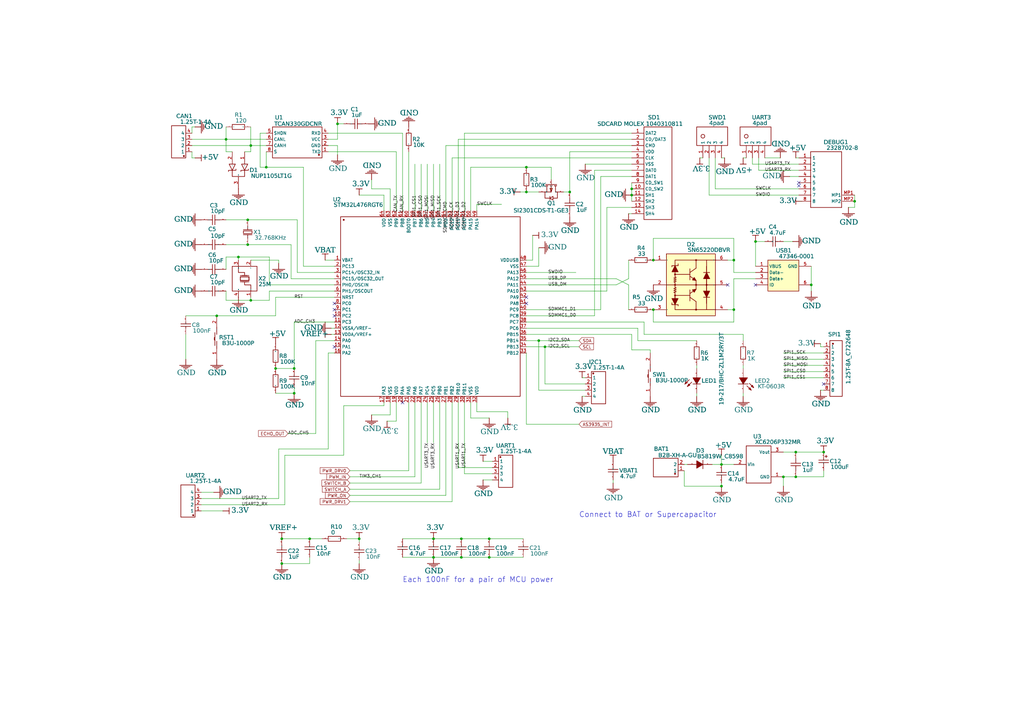
<source format=kicad_sch>
(kicad_sch (version 20250114) (generator "eeschema") (generator_version "9.0")
  (paper "A3")
  (text "Each 100nF for a pair of MCU power" (at 165.1 236.5883 0) (effects (font (size 2.1717 2.1717)) (justify left top)))
  (text "Connect to BAT or Supercapacitor" (at 237.49 209.9183 0) (effects (font (size 2.1717 2.1717)) (justify left top)))
  (junction (at 259.08 80.01))
  (junction (at 233.68 78.74))
  (junction (at 102.87 59.69))
  (junction (at 120.65 151.13))
  (junction (at 147.32 220.98))
  (junction (at 101.6 100.33))
  (junction (at 115.57 220.98))
  (junction (at 295.91 199.39))
  (junction (at 101.6 90.17))
  (junction (at 189.23 228.6))
  (junction (at 215.9 78.74))
  (junction (at 267.97 127))
  (junction (at 138.43 50.8))
  (junction (at 109.22 68.58))
  (junction (at 215.9 68.58))
  (junction (at 102.87 123.19))
  (junction (at 200.66 220.98))
  (junction (at 295.91 190.5))
  (junction (at 177.8 228.6))
  (junction (at 177.8 220.98))
  (junction (at 326.39 195.58))
  (junction (at 189.23 220.98))
  (junction (at 332.74 116.84))
  (junction (at 92.71 57.15))
  (junction (at 326.39 185.42))
  (junction (at 127 220.98))
  (junction (at 220.98 139.7))
  (junction (at 267.97 106.68))
  (junction (at 309.88 99.06))
  (junction (at 88.9 129.54))
  (junction (at 115.57 231.14))
  (junction (at 120.65 161.29))
  (junction (at 337.82 185.42))
  (junction (at 350.52 82.55))
  (junction (at 300.99 106.68))
  (junction (at 223.52 142.24))
  (junction (at 259.08 77.47))
  (junction (at 97.79 105.41))
  (junction (at 300.99 127))
  (junction (at 321.31 195.58))
  (junction (at 200.66 228.6))
  (junction (at 113.03 151.13))
  (no_connect (at 137.16 142.24))
  (no_connect (at 215.9 124.46))
  (no_connect (at 327.66 76.2))
  (no_connect (at 337.82 157.48))
  (no_connect (at 137.16 129.54))
  (no_connect (at 327.66 74.93))
  (no_connect (at 137.16 127))
  (no_connect (at 165.1 165.1))
  (no_connect (at 137.16 124.46))
  (no_connect (at 215.9 121.92))
  (no_connect (at 298.45 116.84))
  (no_connect (at 309.88 116.84))
  (wire (pts (xy 246.38 127) (xy 215.9 127)))
  (wire (pts (xy 300.99 132.08) (xy 267.97 132.08)))
  (wire (pts (xy 193.04 86.36) (xy 193.04 68.58)))
  (wire (pts (xy 267.97 97.79) (xy 267.97 106.68)))
  (wire (pts (xy 190.5 54.61) (xy 190.5 86.36)))
  (wire (pts (xy 187.96 57.15) (xy 187.96 86.36)))
  (wire (pts (xy 332.74 116.84) (xy 332.74 109.22)))
  (wire (pts (xy 297.18 64.77) (xy 295.91 64.77)))
  (wire (pts (xy 200.66 171.45) (xy 193.04 171.45)))
  (wire (pts (xy 110.49 123.19) (xy 102.87 123.19)))
  (wire (pts (xy 295.91 199.39) (xy 295.91 198.12)))
  (wire (pts (xy 92.71 52.07) (xy 92.71 57.15)))
  (wire (pts (xy 134.62 184.15) (xy 114.3 184.15)))
  (wire (pts (xy 92.71 105.41) (xy 97.79 105.41)))
  (wire (pts (xy 140.97 186.69) (xy 116.84 186.69)))
  (wire (pts (xy 172.72 165.1) (xy 172.72 198.12)))
  (wire (pts (xy 120.65 151.13) (xy 120.65 132.08)))
  (wire (pts (xy 147.32 220.98) (xy 147.32 222.25)))
  (wire (pts (xy 326.39 64.77) (xy 327.66 64.77)))
  (wire (pts (xy 172.72 86.36) (xy 172.72 67.31)))
  (wire (pts (xy 177.8 165.1) (xy 177.8 181.61)))
  (wire (pts (xy 337.82 152.4) (xy 321.31 152.4)))
  (wire (pts (xy 109.22 62.23) (xy 109.22 68.58)))
  (wire (pts (xy 92.71 62.23) (xy 92.71 57.15)))
  (wire (pts (xy 259.08 72.39) (xy 246.38 72.39)))
  (wire (pts (xy 78.74 64.77) (xy 78.74 62.23)))
  (wire (pts (xy 257.81 127) (xy 257.81 116.84)))
  (wire (pts (xy 248.92 119.38) (xy 215.9 119.38)))
  (wire (pts (xy 91.44 209.55) (xy 82.55 209.55)))
  (wire (pts (xy 88.9 129.54) (xy 76.2 129.54)))
  (wire (pts (xy 280.67 199.39) (xy 295.91 199.39)))
  (wire (pts (xy 147.32 231.14) (xy 147.32 229.87)))
  (wire (pts (xy 326.39 185.42) (xy 321.31 185.42)))
  (wire (pts (xy 226.06 68.58) (xy 226.06 73.66)))
  (wire (pts (xy 114.3 184.15) (xy 114.3 204.47)))
  (wire (pts (xy 290.83 80.01) (xy 290.83 64.77)))
  (wire (pts (xy 113.03 151.13) (xy 120.65 151.13)))
  (wire (pts (xy 158.75 172.72) (xy 162.56 172.72)))
  (wire (pts (xy 214.63 220.98) (xy 200.66 220.98)))
  (wire (pts (xy 114.3 106.68) (xy 102.87 106.68)))
  (wire (pts (xy 337.82 144.78) (xy 321.31 144.78)))
  (wire (pts (xy 287.02 64.77) (xy 288.29 64.77)))
  (wire (pts (xy 162.56 62.23) (xy 162.56 86.36)))
  (wire (pts (xy 198.12 196.85) (xy 201.93 196.85)))
  (wire (pts (xy 180.34 86.36) (xy 180.34 67.31)))
  (wire (pts (xy 261.62 139.7) (xy 285.75 139.7)))
  (wire (pts (xy 308.61 67.31) (xy 308.61 64.77)))
  (wire (pts (xy 304.8 137.16) (xy 264.16 137.16)))
  (wire (pts (xy 208.28 171.45) (xy 208.28 168.91)))
  (wire (pts (xy 233.68 62.23) (xy 233.68 78.74)))
  (wire (pts (xy 157.48 165.1) (xy 157.48 166.37)))
  (wire (pts (xy 259.08 143.51) (xy 266.7 143.51)))
  (wire (pts (xy 113.03 121.92) (xy 113.03 129.54)))
  (wire (pts (xy 92.71 57.15) (xy 78.74 57.15)))
  (wire (pts (xy 240.03 67.31) (xy 259.08 67.31)))
  (wire (pts (xy 252.73 116.84) (xy 215.9 116.84)))
  (wire (pts (xy 259.08 77.47) (xy 259.08 80.01)))
  (wire (pts (xy 259.08 74.93) (xy 259.08 77.47)))
  (wire (pts (xy 336.55 142.24) (xy 337.82 142.24)))
  (wire (pts (xy 157.48 80.01) (xy 157.48 86.36)))
  (wire (pts (xy 298.45 106.68) (xy 300.99 106.68)))
  (wire (pts (xy 87.63 201.93) (xy 82.55 201.93)))
  (wire (pts (xy 147.32 80.01) (xy 157.48 80.01)))
  (wire (pts (xy 218.44 96.52) (xy 218.44 106.68)))
  (wire (pts (xy 109.22 57.15) (xy 92.71 57.15)))
  (wire (pts (xy 162.56 172.72) (xy 162.56 165.1)))
  (wire (pts (xy 300.99 97.79) (xy 267.97 97.79)))
  (wire (pts (xy 280.67 193.04) (xy 280.67 199.39)))
  (wire (pts (xy 97.79 106.68) (xy 97.79 105.41)))
  (wire (pts (xy 195.58 168.91) (xy 195.58 165.1)))
  (wire (pts (xy 134.62 57.15) (xy 138.43 57.15)))
  (wire (pts (xy 109.22 59.69) (xy 102.87 59.69)))
  (wire (pts (xy 187.96 191.77) (xy 187.96 165.1)))
  (wire (pts (xy 95.25 62.23) (xy 92.71 62.23)))
  (wire (pts (xy 220.98 160.02) (xy 220.98 139.7)))
  (wire (pts (xy 92.71 119.38) (xy 92.71 123.19)))
  (wire (pts (xy 102.87 59.69) (xy 78.74 59.69)))
  (wire (pts (xy 264.16 132.08) (xy 215.9 132.08)))
  (wire (pts (xy 172.72 198.12) (xy 143.51 198.12)))
  (wire (pts (xy 129.54 139.7) (xy 129.54 177.8)))
  (wire (pts (xy 264.16 137.16) (xy 264.16 132.08)))
  (wire (pts (xy 293.37 77.47) (xy 293.37 64.77)))
  (wire (pts (xy 266.7 143.51) (xy 266.7 144.78)))
  (wire (pts (xy 215.9 137.16) (xy 259.08 137.16)))
  (wire (pts (xy 321.31 99.06) (xy 325.12 99.06)))
  (wire (pts (xy 135.89 137.16) (xy 137.16 137.16)))
  (wire (pts (xy 182.88 59.69) (xy 182.88 86.36)))
  (wire (pts (xy 350.52 85.09) (xy 347.98 85.09)))
  (wire (pts (xy 137.16 116.84) (xy 110.49 116.84)))
  (wire (pts (xy 114.3 204.47) (xy 82.55 204.47)))
  (wire (pts (xy 220.98 78.74) (xy 215.9 78.74)))
  (wire (pts (xy 121.92 90.17) (xy 121.92 111.76)))
  (wire (pts (xy 189.23 220.98) (xy 177.8 220.98)))
  (wire (pts (xy 160.02 170.18) (xy 160.02 165.1)))
  (wire (pts (xy 137.16 109.22) (xy 124.46 109.22)))
  (wire (pts (xy 304.8 64.77) (xy 306.07 64.77)))
  (wire (pts (xy 113.03 129.54) (xy 88.9 129.54)))
  (wire (pts (xy 257.81 106.68) (xy 257.81 114.3)))
  (wire (pts (xy 337.82 147.32) (xy 321.31 147.32)))
  (wire (pts (xy 185.42 64.77) (xy 185.42 86.36)))
  (wire (pts (xy 135.89 134.62) (xy 137.16 134.62)))
  (wire (pts (xy 109.22 68.58) (xy 106.68 68.58)))
  (wire (pts (xy 137.16 119.38) (xy 110.49 119.38)))
  (wire (pts (xy 220.98 109.22) (xy 215.9 109.22)))
  (wire (pts (xy 350.52 80.01) (xy 350.52 82.55)))
  (wire (pts (xy 220.98 101.6) (xy 220.98 109.22)))
  (wire (pts (xy 328.93 82.55) (xy 327.66 82.55)))
  (wire (pts (xy 285.75 151.13) (xy 285.75 149.86)))
  (wire (pts (xy 298.45 127) (xy 300.99 127)))
  (wire (pts (xy 138.43 50.8) (xy 140.97 50.8)))
  (wire (pts (xy 259.08 59.69) (xy 182.88 59.69)))
  (wire (pts (xy 152.4 77.47) (xy 160.02 77.47)))
  (wire (pts (xy 285.75 161.29) (xy 285.75 162.56)))
  (wire (pts (xy 259.08 137.16) (xy 259.08 143.51)))
  (wire (pts (xy 121.92 111.76) (xy 137.16 111.76)))
  (wire (pts (xy 129.54 177.8) (xy 118.11 177.8)))
  (wire (pts (xy 92.71 105.41) (xy 92.71 110.49)))
  (wire (pts (xy 170.18 195.58) (xy 143.51 195.58)))
  (wire (pts (xy 215.9 142.24) (xy 223.52 142.24)))
  (wire (pts (xy 138.43 63.5) (xy 138.43 59.69)))
  (wire (pts (xy 259.08 87.63) (xy 257.81 87.63)))
  (wire (pts (xy 124.46 109.22) (xy 124.46 68.58)))
  (wire (pts (xy 76.2 147.32) (xy 76.2 137.16)))
  (wire (pts (xy 180.34 165.1) (xy 180.34 200.66)))
  (wire (pts (xy 311.15 69.85) (xy 311.15 64.77)))
  (wire (pts (xy 119.38 100.33) (xy 101.6 100.33)))
  (wire (pts (xy 80.01 52.07) (xy 78.74 52.07)))
  (wire (pts (xy 133.35 106.68) (xy 137.16 106.68)))
  (wire (pts (xy 350.52 82.55) (xy 350.52 85.09)))
  (wire (pts (xy 309.88 114.3) (xy 300.99 114.3)))
  (wire (pts (xy 152.4 73.66) (xy 152.4 77.47)))
  (wire (pts (xy 193.04 171.45) (xy 193.04 165.1)))
  (wire (pts (xy 215.9 78.74) (xy 213.36 78.74)))
  (wire (pts (xy 323.85 72.39) (xy 327.66 72.39)))
  (wire (pts (xy 313.69 99.06) (xy 309.88 99.06)))
  (wire (pts (xy 124.46 68.58) (xy 109.22 68.58)))
  (wire (pts (xy 137.16 139.7) (xy 129.54 139.7)))
  (wire (pts (xy 327.66 67.31) (xy 308.61 67.31)))
  (wire (pts (xy 309.88 99.06) (xy 309.88 109.22)))
  (wire (pts (xy 300.99 114.3) (xy 300.99 127)))
  (wire (pts (xy 78.74 52.07) (xy 78.74 54.61)))
  (wire (pts (xy 251.46 196.85) (xy 251.46 198.12)))
  (wire (pts (xy 215.9 139.7) (xy 220.98 139.7)))
  (wire (pts (xy 259.08 69.85) (xy 243.84 69.85)))
  (wire (pts (xy 337.82 149.86) (xy 321.31 149.86)))
  (wire (pts (xy 170.18 86.36) (xy 170.18 67.31)))
  (wire (pts (xy 120.65 132.08) (xy 137.16 132.08)))
  (wire (pts (xy 195.58 83.82) (xy 205.74 83.82)))
  (wire (pts (xy 102.87 62.23) (xy 102.87 59.69)))
  (wire (pts (xy 193.04 68.58) (xy 215.9 68.58)))
  (wire (pts (xy 304.8 151.13) (xy 304.8 149.86)))
  (wire (pts (xy 170.18 165.1) (xy 170.18 195.58)))
  (wire (pts (xy 101.6 90.17) (xy 121.92 90.17)))
  (wire (pts (xy 165.1 220.98) (xy 177.8 220.98)))
  (wire (pts (xy 119.38 114.3) (xy 119.38 100.33)))
  (wire (pts (xy 134.62 62.23) (xy 162.56 62.23)))
  (wire (pts (xy 246.38 72.39) (xy 246.38 127)))
  (wire (pts (xy 177.8 86.36) (xy 177.8 67.31)))
  (wire (pts (xy 300.99 111.76) (xy 300.99 106.68)))
  (wire (pts (xy 165.1 228.6) (xy 177.8 228.6)))
  (wire (pts (xy 215.9 173.99) (xy 237.49 173.99)))
  (wire (pts (xy 80.01 64.77) (xy 78.74 64.77)))
  (wire (pts (xy 304.8 139.7) (xy 304.8 137.16)))
  (wire (pts (xy 243.84 129.54) (xy 215.9 129.54)))
  (wire (pts (xy 198.12 189.23) (xy 201.93 189.23)))
  (wire (pts (xy 120.65 161.29) (xy 113.03 161.29)))
  (wire (pts (xy 337.82 185.42) (xy 326.39 185.42)))
  (wire (pts (xy 92.71 123.19) (xy 102.87 123.19)))
  (wire (pts (xy 110.49 119.38) (xy 110.49 123.19)))
  (wire (pts (xy 114.3 107.95) (xy 114.3 106.68)))
  (wire (pts (xy 337.82 193.04) (xy 337.82 195.58)))
  (wire (pts (xy 137.16 114.3) (xy 119.38 114.3)))
  (wire (pts (xy 102.87 52.07) (xy 102.87 59.69)))
  (wire (pts (xy 137.16 144.78) (xy 134.62 144.78)))
  (wire (pts (xy 152.4 170.18) (xy 160.02 170.18)))
  (wire (pts (xy 101.6 100.33) (xy 92.71 100.33)))
  (wire (pts (xy 138.43 57.15) (xy 138.43 50.8)))
  (wire (pts (xy 309.88 111.76) (xy 300.99 111.76)))
  (wire (pts (xy 233.68 78.74) (xy 231.14 78.74)))
  (wire (pts (xy 218.44 106.68) (xy 215.9 106.68)))
  (wire (pts (xy 102.87 123.19) (xy 102.87 121.92)))
  (wire (pts (xy 320.04 64.77) (xy 313.69 64.77)))
  (wire (pts (xy 243.84 69.85) (xy 243.84 129.54)))
  (wire (pts (xy 137.16 121.92) (xy 113.03 121.92)))
  (wire (pts (xy 195.58 86.36) (xy 195.58 83.82)))
  (wire (pts (xy 175.26 86.36) (xy 175.26 67.31)))
  (wire (pts (xy 116.84 207.01) (xy 82.55 207.01)))
  (wire (pts (xy 215.9 134.62) (xy 261.62 134.62)))
  (wire (pts (xy 134.62 54.61) (xy 165.1 54.61)))
  (wire (pts (xy 220.98 139.7) (xy 237.49 139.7)))
  (wire (pts (xy 175.26 165.1) (xy 175.26 181.61)))
  (wire (pts (xy 134.62 144.78) (xy 134.62 184.15)))
  (wire (pts (xy 127 231.14) (xy 127 228.6)))
  (wire (pts (xy 165.1 54.61) (xy 165.1 86.36)))
  (wire (pts (xy 295.91 190.5) (xy 300.99 190.5)))
  (wire (pts (xy 280.67 190.5) (xy 281.94 190.5)))
  (wire (pts (xy 182.88 165.1) (xy 182.88 203.2)))
  (wire (pts (xy 167.64 86.36) (xy 167.64 62.23)))
  (wire (pts (xy 240.03 157.48) (xy 223.52 157.48)))
  (wire (pts (xy 185.42 205.74) (xy 143.51 205.74)))
  (wire (pts (xy 238.76 162.56) (xy 240.03 162.56)))
  (wire (pts (xy 223.52 157.48) (xy 223.52 142.24)))
  (wire (pts (xy 106.68 54.61) (xy 109.22 54.61)))
  (wire (pts (xy 201.93 194.31) (xy 190.5 194.31)))
  (wire (pts (xy 106.68 68.58) (xy 106.68 54.61)))
  (wire (pts (xy 92.71 90.17) (xy 101.6 90.17)))
  (wire (pts (xy 332.74 119.38) (xy 332.74 116.84)))
  (wire (pts (xy 214.63 228.6) (xy 200.66 228.6)))
  (wire (pts (xy 189.23 228.6) (xy 177.8 228.6)))
  (wire (pts (xy 259.08 57.15) (xy 187.96 57.15)))
  (wire (pts (xy 327.66 77.47) (xy 293.37 77.47)))
  (wire (pts (xy 259.08 85.09) (xy 248.92 85.09)))
  (wire (pts (xy 110.49 105.41) (xy 97.79 105.41)))
  (wire (pts (xy 259.08 54.61) (xy 190.5 54.61)))
  (wire (pts (xy 201.93 191.77) (xy 187.96 191.77)))
  (wire (pts (xy 261.62 134.62) (xy 261.62 139.7)))
  (wire (pts (xy 304.8 162.56) (xy 304.8 161.29)))
  (wire (pts (xy 157.48 166.37) (xy 140.97 166.37)))
  (wire (pts (xy 292.1 190.5) (xy 295.91 190.5)))
  (wire (pts (xy 233.68 62.23) (xy 259.08 62.23)))
  (wire (pts (xy 257.81 114.3) (xy 252.73 116.84)))
  (wire (pts (xy 223.52 142.24) (xy 237.49 142.24)))
  (wire (pts (xy 326.39 195.58) (xy 321.31 195.58)))
  (wire (pts (xy 215.9 144.78) (xy 215.9 173.99)))
  (wire (pts (xy 300.99 106.68) (xy 300.99 97.79)))
  (wire (pts (xy 215.9 68.58) (xy 226.06 68.58)))
  (wire (pts (xy 336.55 140.97) (xy 336.55 142.24)))
  (wire (pts (xy 140.97 166.37) (xy 140.97 186.69)))
  (wire (pts (xy 167.64 193.04) (xy 143.51 193.04)))
  (wire (pts (xy 337.82 154.94) (xy 321.31 154.94)))
  (wire (pts (xy 259.08 80.01) (xy 259.08 82.55)))
  (wire (pts (xy 336.55 160.02) (xy 337.82 160.02)))
  (wire (pts (xy 100.33 62.23) (xy 102.87 62.23)))
  (wire (pts (xy 138.43 59.69) (xy 134.62 59.69)))
  (wire (pts (xy 215.9 111.76) (xy 236.22 111.76)))
  (wire (pts (xy 327.66 80.01) (xy 290.83 80.01)))
  (wire (pts (xy 180.34 200.66) (xy 143.51 200.66)))
  (wire (pts (xy 337.82 195.58) (xy 326.39 195.58)))
  (wire (pts (xy 311.15 69.85) (xy 327.66 69.85)))
  (wire (pts (xy 259.08 64.77) (xy 185.42 64.77)))
  (wire (pts (xy 321.31 195.58) (xy 321.31 199.39)))
  (wire (pts (xy 238.76 154.94) (xy 240.03 154.94)))
  (wire (pts (xy 127 220.98) (xy 132.08 220.98)))
  (wire (pts (xy 116.84 186.69) (xy 116.84 207.01)))
  (wire (pts (xy 190.5 194.31) (xy 190.5 165.1)))
  (wire (pts (xy 147.32 220.98) (xy 142.24 220.98)))
  (wire (pts (xy 300.99 127) (xy 300.99 132.08)))
  (wire (pts (xy 200.66 220.98) (xy 189.23 220.98)))
  (wire (pts (xy 120.65 158.75) (xy 120.65 161.29)))
  (wire (pts (xy 115.57 220.98) (xy 127 220.98)))
  (wire (pts (xy 248.92 85.09) (xy 248.92 119.38)))
  (wire (pts (xy 110.49 116.84) (xy 110.49 105.41)))
  (wire (pts (xy 252.73 114.3) (xy 215.9 114.3)))
  (wire (pts (xy 160.02 77.47) (xy 160.02 86.36)))
  (wire (pts (xy 257.81 116.84) (xy 252.73 114.3)))
  (wire (pts (xy 295.91 186.69) (xy 295.91 190.5)))
  (wire (pts (xy 240.03 160.02) (xy 220.98 160.02)))
  (wire (pts (xy 267.97 132.08) (xy 267.97 127)))
  (wire (pts (xy 182.88 203.2) (xy 143.51 203.2)))
  (wire (pts (xy 115.57 231.14) (xy 127 231.14)))
  (wire (pts (xy 167.64 165.1) (xy 167.64 193.04)))
  (wire (pts (xy 208.28 168.91) (xy 195.58 168.91)))
  (wire (pts (xy 185.42 165.1) (xy 185.42 205.74)))
  (wire (pts (xy 200.66 228.6) (xy 189.23 228.6)))
  (label "SPI1_SCK" (at 180.34 80.01 270))
  (label "SPI1_MOSI" (at 175.26 80.01 270))
  (label "SDMMC1_D1" (at 224.79 127 0))
  (label "SDMMC1_CMD" (at 182.88 82.55 270))
  (label "SDMMC1_D3" (at 187.96 82.55 270))
  (label "CAN_TX" (at 162.56 80.01 270))
  (label "RST" (at 120.65 121.92 0))
  (label "USART1_TX" (at 190.5 181.61 270))
  (label "I2C2_SDA" (at 224.79 139.7 0))
  (label "SPI1_MISO" (at 321.31 147.32 0))
  (label "SPI1_MOSI" (at 321.31 149.86 0))
  (label "TIM3_CH1" (at 147.32 195.58 0))
  (label "USART2_TX" (at 99.06 204.47 0))
  (label "SWDIO" (at 224.79 111.76 0))
  (label "USART3_RX" (at 313.69 69.85 0))
  (label "SPI1_CS1" (at 321.31 154.94 0))
  (label "SDMMC1_D2" (at 190.5 82.55 270))
  (label "SDMMC1_CK" (at 185.42 82.55 270))
  (label "CAN_RX" (at 165.1 80.01 270))
  (label "I2C2_SCL" (at 224.79 142.24 0))
  (label "SDMMC1_D0" (at 224.79 129.54 0))
  (label "SPI1_SCK" (at 321.31 144.78 0))
  (label "USART2_RX" (at 99.06 207.01 0))
  (label "USART3_TX" (at 175.26 181.61 270))
  (label "ADC_CH5" (at 118.11 177.8 0))
  (label "USB_DP" (at 224.79 114.3 0))
  (label "USB_DM" (at 224.79 116.84 0))
  (label "SPI1_CS1" (at 170.18 80.01 270))
  (label "SPI1_MISO" (at 177.8 80.01 270))
  (label "USART1_RX" (at 187.96 181.61 270))
  (label "ADC_CH3" (at 120.65 132.08 0))
  (label "SPI1_CS0" (at 172.72 80.01 270))
  (label "SPI1_CS0" (at 321.31 152.4 0))
  (label "SWDIO" (at 309.88 80.01 0))
  (label "SWCLK" (at 309.88 77.47 0))
  (label "USART3_RX" (at 177.8 181.61 270))
  (label "USART3_TX" (at 313.69 67.31 0))
  (label "SWCLK" (at 195.58 83.82 0))
  (global_label "SWITCH_B" (shape input) (at 143.51 198.12 180) (property "Intersheetrefs" "${INTERSHEET_REFS}" (effects (hide yes))))
  (global_label "SDA" (shape input) (at 237.49 139.7 0) (property "Intersheetrefs" "${INTERSHEET_REFS}" (effects (hide yes))))
  (global_label "PWR_DRV0" (shape input) (at 143.51 193.04 180) (property "Intersheetrefs" "${INTERSHEET_REFS}" (effects (hide yes))))
  (global_label "AS3935_INT" (shape input) (at 237.49 173.99 0) (property "Intersheetrefs" "${INTERSHEET_REFS}" (effects (hide yes))))
  (global_label "SCL" (shape input) (at 237.49 142.24 0) (property "Intersheetrefs" "${INTERSHEET_REFS}" (effects (hide yes))))
  (global_label "ECHO_OUT" (shape input) (at 118.11 177.8 180) (property "Intersheetrefs" "${INTERSHEET_REFS}" (effects (hide yes))))
  (global_label "SWITCH_A" (shape input) (at 143.51 200.66 180) (property "Intersheetrefs" "${INTERSHEET_REFS}" (effects (hide yes))))
  (global_label "PWM_IN" (shape input) (at 143.51 195.58 180) (property "Intersheetrefs" "${INTERSHEET_REFS}" (effects (hide yes))))
  (global_label "PWR_ON" (shape input) (at 143.51 203.2 180) (property "Intersheetrefs" "${INTERSHEET_REFS}" (effects (hide yes))))
  (global_label "PWR_DRV1" (shape input) (at 143.51 205.74 180) (property "Intersheetrefs" "${INTERSHEET_REFS}" (effects (hide yes))))
  (symbol (lib_id "GND") (at 325.12 99.06 90) (unit 0)
    (property "Reference" "#PWR0161" (effects (hide yes)))
    (property "Value" "GND" (at 329.311 100.1014 -90) (effects (font (size 2.1717 2.1717)) (justify left bottom)))
    (property "Description" "Power symbol creates a global label with name 'GND'" (effects (hide yes)))
  )
  (symbol (lib_id "GND") (at 82.55 100.33 270) (unit 0)
    (property "Reference" "#PWR0146" (effects (hide yes)))
    (property "Value" "GND" (at 71.755 101.3714 -270) (effects (font (size 2.1717 2.1717)) (justify left bottom)))
    (property "Description" "Power symbol creates a global label with name 'GND'" (effects (hide yes)))
  )
  (symbol (lib_id "CL10A475KO8NNNC_2") (at 295.91 194.31 0) (unit 0)
    (property "Reference" "C14" (at 298.45 193.4337 0) (effects (font (size 1.6891 1.6891)) (justify left top)))
    (property "Value" "4.7uF" (at 298.45 195.7197 0) (effects (font (size 1.6891 1.6891)) (justify left top)))
    (property "BOM_Manufacturer Part" "CL10A475KO8NNNC" (effects (hide yes)))
    (property "BOM_Manufacturer" "SAMSUNG" (effects (hide yes)))
    (property "BOM_Supplier Part" "C19666" (effects (hide yes)))
    (property "BOM_Supplier" "LCSC" (effects (hide yes)))
  )
  (symbol (lib_id "GND") (at 177.8 228.6 0) (unit 0)
    (property "Reference" "#PWR0164" (effects (hide yes)))
    (property "Value" "GND" (at 174.498 235.458 0) (effects (font (size 2.1717 2.1717)) (justify left bottom)))
    (property "Description" "Power symbol creates a global label with name 'GND'" (effects (hide yes)))
  )
  (symbol (lib_id "STM32L476RGT6") (at 176.53 125.73 0) (unit 0)
    (property "Reference" "U2" (at 136.5758 81.0133 0) (effects (font (size 1.6891 1.6891)) (justify left top)))
    (property "Value" "STM32L476RGT6" (at 136.5758 83.1469 0) (effects (font (size 1.6891 1.6891)) (justify left top)))
    (property "BOM_Manufacturer Part" "STM32L476RGT6" (effects (hide yes)))
    (property "BOM_Manufacturer" "STMicroelectronics" (effects (hide yes)))
    (property "BOM_Supplier Part" "C74797" (effects (hide yes)))
    (property "BOM_Supplier" "LCSC" (effects (hide yes)))
  )
  (symbol (lib_id "GND") (at 138.43 63.5 0) (unit 0)
    (property "Reference" "#PWR0133" (effects (hide yes)))
    (property "Value" "GND" (at 135.128 70.4342 0) (effects (font (size 2.1717 2.1717)) (justify left bottom)))
    (property "Description" "Power symbol creates a global label with name 'GND'" (effects (hide yes)))
  )
  (symbol (lib_id "4pad_1") (at 309.88 59.69 0) (unit 0)
    (property "Reference" "UART3" (at 308.4322 47.3329 0) (effects (font (size 1.6891 1.6891)) (justify left top)))
    (property "Value" "4pad" (at 308.4322 49.6189 0) (effects (font (size 1.6891 1.6891)) (justify left top)))
    (property "BOM_Supplier Part" "N/A" (effects (hide yes)))
  )
  (symbol (lib_id "GND") (at 82.55 119.38 270) (unit 0)
    (property "Reference" "#PWR0143" (effects (hide yes)))
    (property "Value" "GND" (at 71.755 120.4214 -270) (effects (font (size 2.1717 2.1717)) (justify left bottom)))
    (property "Description" "Power symbol creates a global label with name 'GND'" (effects (hide yes)))
  )
  (symbol (lib_id "3.3V") (at 198.12 189.23 0) (mirror x) (unit 0)
    (property "Reference" "#PWR0105" (effects (hide yes)))
    (property "Value" "3.3V" (at 195.0974 185.928 0) (effects (font (size 2.1717 2.1717)) (justify left top)))
    (property "Description" "Power symbol creates a global label with name '3.3V'" (effects (hide yes)))
  )
  (symbol (lib_id "GND") (at 87.63 201.93 90) (unit 0)
    (property "Reference" "#PWR0122" (effects (hide yes)))
    (property "Value" "GND" (at 91.821 202.9714 -90) (effects (font (size 2.1717 2.1717)) (justify left bottom)))
    (property "Description" "Power symbol creates a global label with name 'GND'" (effects (hide yes)))
  )
  (symbol (lib_id "0402WGF330JTCE") (at 262.89 106.68 0) (unit 0)
    (property "Reference" "R4" (at 261.3914 100.9015 0) (effects (font (size 1.6891 1.6891)) (justify left top)))
    (property "Value" "33" (at 261.3914 103.2129 0) (effects (font (size 1.6891 1.6891)) (justify left top)))
    (property "BOM_Manufacturer Part" "0402WGF330JTCE" (effects (hide yes)))
    (property "BOM_Manufacturer" "UniOhm" (effects (hide yes)))
    (property "BOM_Supplier Part" "C25105" (effects (hide yes)))
    (property "BOM_Supplier" "LCSC" (effects (hide yes)))
  )
  (symbol (lib_id "NUP1105LT1G") (at 97.79 69.85 0) (unit 0)
    (property "Reference" "D1" (at 102.362 68.9483 0) (effects (font (size 1.6891 1.6891)) (justify left top)))
    (property "Value" "NUP1105LT1G" (at 102.362 71.2597 0) (effects (font (size 1.6891 1.6891)) (justify left top)))
    (property "BOM_Manufacturer Part" "NUP1105LT1G" (effects (hide yes)))
    (property "BOM_Manufacturer" "ON" (effects (hide yes)))
    (property "BOM_Supplier Part" "C130455" (effects (hide yes)))
    (property "BOM_Supplier" "LCSC" (effects (hide yes)))
  )
  (symbol (lib_id "3.3V") (at 91.44 209.55 90) (mirror x) (unit 0)
    (property "Reference" "#PWR0121" (effects (hide yes)))
    (property "Value" "3.3V" (at 94.7674 210.5914 -270) (effects (font (size 2.1717 2.1717)) (justify right bottom)))
    (property "Description" "Power symbol creates a global label with name '3.3V'" (effects (hide yes)))
  )
  (symbol (lib_id "+5V") (at 80.01 64.77 90) (mirror x) (unit 0)
    (property "Reference" "#PWR0117" (effects (hide yes)))
    (property "Value" "+5V" (at 82.677 65.8114 -270) (effects (font (size 2.1717 2.1717)) (justify right bottom)))
    (property "Description" "Power symbol creates a global label with name '+5V'" (effects (hide yes)))
  )
  (symbol (lib_id "19-217/BHC-ZL1M2RY/3T") (at 283.718 156.21 0) (unit 0)
    (property "Reference" "LED1" (at 287.782 155.3337 0) (effects (font (size 1.6891 1.6891)) (justify left top)))
    (property "Value" "19-217/BHC-ZL1M2RY/3T" (at 295.0337 168.91 90) (effects (font (size 1.6891 1.6891)) (justify left top)))
    (property "BOM_Manufacturer Part" "19-217/BHC-ZL1M2RY/3T" (effects (hide yes)))
    (property "BOM_Manufacturer" "EVERLIGHT" (effects (hide yes)))
    (property "BOM_Supplier Part" "C72041" (effects (hide yes)))
    (property "BOM_Supplier" "LCSC" (effects (hide yes)))
  )
  (symbol (lib_id "XC6206P332MR") (at 311.15 190.5 0) (unit 0)
    (property "Reference" "U3" (at 308.991 178.1937 0) (effects (font (size 1.6891 1.6891)) (justify left top)))
    (property "Value" "XC6206P332MR" (at 308.991 180.4289 0) (effects (font (size 1.6891 1.6891)) (justify left top)))
    (property "BOM_Manufacturer Part" "XC6206P332MR" (effects (hide yes)))
    (property "BOM_Manufacturer" "TOREX" (effects (hide yes)))
    (property "BOM_Supplier Part" "C5446" (effects (hide yes)))
    (property "BOM_Supplier" "LCSC" (effects (hide yes)))
  )
  (symbol (lib_id "47346-0001") (at 321.31 113.03 0) (unit 0)
    (property "Reference" "USB1" (at 318.2366 101.9429 0) (effects (font (size 1.6891 1.6891)) (justify left top)))
    (property "Value" "47346-0001" (at 318.2366 104.2289 0) (effects (font (size 1.6891 1.6891)) (justify left top)))
    (property "BOM_Manufacturer Part" "47346-0001" (effects (hide yes)))
    (property "BOM_Manufacturer" "MOLEX" (effects (hide yes)))
    (property "BOM_Supplier Part" "C132560" (effects (hide yes)))
    (property "BOM_Supplier" "LCSC" (effects (hide yes)))
  )
  (symbol (lib_id "0603WAF1001T5E_1") (at 304.8 144.78 0) (unit 0)
    (property "Reference" "R7" (at 306.324 143.9037 0) (effects (font (size 1.6891 1.6891)) (justify left top)))
    (property "Value" "1K" (at 306.324 146.1897 0) (effects (font (size 1.6891 1.6891)) (justify left top)))
    (property "BOM_Manufacturer Part" "0603WAF1001T5E" (effects (hide yes)))
    (property "BOM_Manufacturer" "UniOhm" (effects (hide yes)))
    (property "BOM_Supplier Part" "C21190" (effects (hide yes)))
    (property "BOM_Supplier" "LCSC" (effects (hide yes)))
  )
  (symbol (lib_id "CL05B104KO5NNNC_1") (at 177.8 224.79 0) (unit 0)
    (property "Reference" "C17" (at 180.34 223.9137 0) (effects (font (size 1.6891 1.6891)) (justify left top)))
    (property "Value" "100nF" (at 180.34 226.1997 0) (effects (font (size 1.6891 1.6891)) (justify left top)))
    (property "BOM_Manufacturer Part" "CL05B104KO5NNNC" (effects (hide yes)))
    (property "BOM_Manufacturer" "SAMSUNG" (effects (hide yes)))
    (property "BOM_Supplier Part" "C1525" (effects (hide yes)))
    (property "BOM_Supplier" "LCSC" (effects (hide yes)))
  )
  (symbol (lib_id "TCAN330GDCNR") (at 121.92 58.42 0) (unit 0)
    (property "Reference" "U1" (at 112.8014 47.3837 0) (effects (font (size 1.6891 1.6891)) (justify left top)))
    (property "Value" "TCAN330GDCNR" (at 112.3696 49.9237 0) (effects (font (size 1.6891 1.6891)) (justify left top)))
    (property "BOM_Manufacturer Part" "TCAN330GDCNR" (effects (hide yes)))
    (property "BOM_Manufacturer" "Texas Instruments" (effects (hide yes)))
    (property "BOM_Supplier Part" "C191006" (effects (hide yes)))
    (property "BOM_Supplier" "LCSC" (effects (hide yes)))
  )
  (symbol (lib_id "CL05A105KA5NQNC_1") (at 233.68 83.82 0) (unit 0)
    (property "Reference" "C2" (at 236.22 82.9437 0) (effects (font (size 1.6891 1.6891)) (justify left top)))
    (property "Value" "1uF" (at 236.22 85.2297 0) (effects (font (size 1.6891 1.6891)) (justify left top)))
    (property "BOM_Manufacturer Part" "CL05A105KA5NQNC" (effects (hide yes)))
    (property "BOM_Manufacturer" "SAMSUNG" (effects (hide yes)))
    (property "BOM_Supplier Part" "C52923" (effects (hide yes)))
    (property "BOM_Supplier" "LCSC" (effects (hide yes)))
  )
  (symbol (lib_id "GND") (at 238.76 162.56 0) (unit 0)
    (property "Reference" "#PWR0115" (effects (hide yes)))
    (property "Value" "GND" (at 235.458 169.4942 0) (effects (font (size 2.1717 2.1717)) (justify left bottom)))
    (property "Description" "Power symbol creates a global label with name 'GND'" (effects (hide yes)))
  )
  (symbol (lib_id "GND") (at 267.97 116.84 0) (unit 0)
    (property "Reference" "#PWR0106" (effects (hide yes)))
    (property "Value" "GND" (at 264.668 123.7742 0) (effects (font (size 2.1717 2.1717)) (justify left bottom)))
    (property "Description" "Power symbol creates a global label with name 'GND'" (effects (hide yes)))
  )
  (symbol (lib_id "CL05C100JB5NNNC") (at 87.63 90.17 0) (unit 0)
    (property "Reference" "C3" (at 86.1314 83.4517 0) (effects (font (size 1.6891 1.6891)) (justify left top)))
    (property "Value" "10pF" (at 86.1314 85.6869 0) (effects (font (size 1.6891 1.6891)) (justify left top)))
    (property "BOM_Manufacturer Part" "CL05C100JB5NNNC" (effects (hide yes)))
    (property "BOM_Manufacturer" "SAMSUNG" (effects (hide yes)))
    (property "BOM_Supplier Part" "C32949" (effects (hide yes)))
    (property "BOM_Supplier" "LCSC" (effects (hide yes)))
  )
  (symbol (lib_id "CL05B103KB5NNNC_2") (at 120.65 154.94 0) (unit 0)
    (property "Reference" "C9" (at 123.19 154.0637 0) (effects (font (size 1.6891 1.6891)) (justify left top)))
    (property "Value" "10nF" (at 123.19 156.3497 0) (effects (font (size 1.6891 1.6891)) (justify left top)))
    (property "BOM_Manufacturer Part" "CL05B103KB5NNNC" (effects (hide yes)))
    (property "BOM_Manufacturer" "SAMSUNG" (effects (hide yes)))
    (property "BOM_Supplier Part" "C15195" (effects (hide yes)))
    (property "BOM_Supplier" "LCSC" (effects (hide yes)))
  )
  (symbol (lib_id "CL05A105KA5NQNC_3") (at 326.39 190.5 0) (unit 0)
    (property "Reference" "C13" (at 328.93 189.6237 0) (effects (font (size 1.6891 1.6891)) (justify left top)))
    (property "Value" "1uF" (at 328.93 191.9097 0) (effects (font (size 1.6891 1.6891)) (justify left top)))
    (property "BOM_Manufacturer Part" "CL05A105KA5NQNC" (effects (hide yes)))
    (property "BOM_Manufacturer" "SAMSUNG" (effects (hide yes)))
    (property "BOM_Supplier Part" "C52923" (effects (hide yes)))
    (property "BOM_Supplier" "LCSC" (effects (hide yes)))
  )
  (symbol (lib_id "+5V") (at 304.8 64.77 0) (mirror y) (unit 0)
    (property "Reference" "#PWR0168" (effects (hide yes)))
    (property "Value" "+5V" (at 301.752 70.866 -180) (effects (font (size 2.1717 2.1717)) (justify left top)))
    (property "Description" "Power symbol creates a global label with name '+5V'" (effects (hide yes)))
  )
  (symbol (lib_id "GND") (at 304.8 162.56 0) (unit 0)
    (property "Reference" "#PWR0108" (effects (hide yes)))
    (property "Value" "GND" (at 301.498 169.418 0) (effects (font (size 2.1717 2.1717)) (justify left bottom)))
    (property "Description" "Power symbol creates a global label with name 'GND'" (effects (hide yes)))
  )
  (symbol (lib_id "CL05C100JB5NNNC_1") (at 87.63 100.33 0) (unit 0)
    (property "Reference" "C5" (at 85.471 93.1545 0) (effects (font (size 1.6891 1.6891)) (justify left top)))
    (property "Value" "10pF" (at 86.1314 95.8469 0) (effects (font (size 1.6891 1.6891)) (justify left top)))
    (property "BOM_Manufacturer Part" "CL05C100JB5NNNC" (effects (hide yes)))
    (property "BOM_Manufacturer" "SAMSUNG" (effects (hide yes)))
    (property "BOM_Supplier Part" "C32949" (effects (hide yes)))
    (property "BOM_Supplier" "LCSC" (effects (hide yes)))
  )
  (symbol (lib_id "CL05B104KO5NNNC_3") (at 200.66 224.79 0) (unit 0)
    (property "Reference" "C19" (at 203.2 223.9137 0) (effects (font (size 1.6891 1.6891)) (justify left top)))
    (property "Value" "100nF" (at 203.2 226.1997 0) (effects (font (size 1.6891 1.6891)) (justify left top)))
    (property "BOM_Manufacturer Part" "CL05B104KO5NNNC" (effects (hide yes)))
    (property "BOM_Manufacturer" "SAMSUNG" (effects (hide yes)))
    (property "BOM_Supplier Part" "C1525" (effects (hide yes)))
    (property "BOM_Supplier" "LCSC" (effects (hide yes)))
  )
  (symbol (lib_id "0402WGF1002TCE") (at 167.64 57.15 0) (unit 0)
    (property "Reference" "R2" (at 169.164 56.2737 0) (effects (font (size 1.6891 1.6891)) (justify left top)))
    (property "Value" "10K" (at 169.164 58.5597 0) (effects (font (size 1.6891 1.6891)) (justify left top)))
    (property "BOM_Manufacturer Part" "0402WGF1002TCE" (effects (hide yes)))
    (property "BOM_Manufacturer" "UniOhm" (effects (hide yes)))
    (property "BOM_Supplier Part" "C25744" (effects (hide yes)))
    (property "BOM_Supplier" "LCSC" (effects (hide yes)))
  )
  (symbol (lib_id "+5V") (at 309.88 99.06 0) (mirror x) (unit 0)
    (property "Reference" "#PWR0167" (effects (hide yes)))
    (property "Value" "+5V" (at 307.1368 96.2914 0) (effects (font (size 2.1717 2.1717)) (justify left top)))
    (property "Description" "Power symbol creates a global label with name '+5V'" (effects (hide yes)))
  )
  (symbol (lib_id "CL10A475KO8NNNC") (at 165.1 224.79 0) (unit 0)
    (property "Reference" "C16" (at 167.64 223.9137 0) (effects (font (size 1.6891 1.6891)) (justify left top)))
    (property "Value" "4.7uF" (at 167.64 226.1997 0) (effects (font (size 1.6891 1.6891)) (justify left top)))
    (property "BOM_Manufacturer Part" "CL10A475KO8NNNC" (effects (hide yes)))
    (property "BOM_Manufacturer" "SAMSUNG" (effects (hide yes)))
    (property "BOM_Supplier Part" "C19666" (effects (hide yes)))
    (property "BOM_Supplier" "LCSC" (effects (hide yes)))
  )
  (symbol (lib_id "CL10A475KO8NNNC_3") (at 251.46 193.04 0) (unit 0)
    (property "Reference" "VBAT1" (at 254 192.1637 0) (effects (font (size 1.6891 1.6891)) (justify left top)))
    (property "Value" "4.7uF" (at 254 194.4497 0) (effects (font (size 1.6891 1.6891)) (justify left top)))
    (property "BOM_Manufacturer Part" "CL10A475KO8NNNC" (effects (hide yes)))
    (property "BOM_Manufacturer" "SAMSUNG" (effects (hide yes)))
    (property "BOM_Supplier Part" "C19666" (effects (hide yes)))
    (property "BOM_Supplier" "LCSC" (effects (hide yes)))
  )
  (symbol (lib_id "0402WGF1003TCE_1") (at 113.03 146.05 0) (unit 0)
    (property "Reference" "R8" (at 114.554 145.1737 0) (effects (font (size 1.6891 1.6891)) (justify left top)))
    (property "Value" "100K" (at 114.554 147.4851 0) (effects (font (size 1.6891 1.6891)) (justify left top)))
    (property "BOM_Manufacturer Part" "0402WGF1003TCE" (effects (hide yes)))
    (property "BOM_Manufacturer" "UniOhm" (effects (hide yes)))
    (property "BOM_Supplier Part" "C25741" (effects (hide yes)))
    (property "BOM_Supplier" "LCSC" (effects (hide yes)))
  )
  (symbol (lib_id "0603WAF1200T5E") (at 97.79 52.07 0) (unit 0)
    (property "Reference" "R1" (at 96.2914 46.2915 0) (effects (font (size 1.6891 1.6891)) (justify left top)))
    (property "Value" "120" (at 96.2914 48.6029 0) (effects (font (size 1.6891 1.6891)) (justify left top)))
    (property "BOM_Manufacturer Part" "0603WAF1200T5E" (effects (hide yes)))
    (property "BOM_Manufacturer" "UniOhm" (effects (hide yes)))
    (property "BOM_Supplier Part" "C22787" (effects (hide yes)))
    (property "BOM_Supplier" "LCSC" (effects (hide yes)))
  )
  (symbol (lib_id "GND") (at 198.12 196.85 0) (unit 0)
    (property "Reference" "#PWR0103" (effects (hide yes)))
    (property "Value" "GND" (at 194.818 203.7842 0) (effects (font (size 2.1717 2.1717)) (justify left bottom)))
    (property "Description" "Power symbol creates a global label with name 'GND'" (effects (hide yes)))
  )
  (symbol (lib_id "GND") (at 323.85 72.39 270) (unit 0)
    (property "Reference" "#PWR0159" (effects (hide yes)))
    (property "Value" "GND" (at 313.055 73.4314 -270) (effects (font (size 2.1717 2.1717)) (justify left bottom)))
    (property "Description" "Power symbol creates a global label with name 'GND'" (effects (hide yes)))
  )
  (symbol (lib_id "4pad") (at 292.1 59.69 0) (unit 0)
    (property "Reference" "SWD1" (at 290.6522 47.3329 0) (effects (font (size 1.6891 1.6891)) (justify left top)))
    (property "Value" "4pad" (at 290.6522 49.6189 0) (effects (font (size 1.6891 1.6891)) (justify left top)))
    (property "BOM_Supplier Part" "N/A" (effects (hide yes)))
  )
  (symbol (lib_id "CL05B104KO5NNNC") (at 76.2 133.35 0) (unit 0)
    (property "Reference" "C8" (at 78.74 132.4737 0) (effects (font (size 1.6891 1.6891)) (justify left top)))
    (property "Value" "100nF" (at 78.74 134.7597 0) (effects (font (size 1.6891 1.6891)) (justify left top)))
    (property "BOM_Manufacturer Part" "CL05B104KO5NNNC" (effects (hide yes)))
    (property "BOM_Manufacturer" "SAMSUNG" (effects (hide yes)))
    (property "BOM_Supplier Part" "C1525" (effects (hide yes)))
    (property "BOM_Supplier" "LCSC" (effects (hide yes)))
  )
  (symbol (lib_id "CL05A105KA5NQNC_2") (at 146.05 50.8 0) (unit 0)
    (property "Reference" "C1" (at 143.891 44.0309 0) (effects (font (size 1.6891 1.6891)) (justify left top)))
    (property "Value" "1uF" (at 143.891 46.3169 0) (effects (font (size 1.6891 1.6891)) (justify left top)))
    (property "BOM_Manufacturer Part" "CL05A105KA5NQNC" (effects (hide yes)))
    (property "BOM_Manufacturer" "SAMSUNG" (effects (hide yes)))
    (property "BOM_Supplier Part" "C52923" (effects (hide yes)))
    (property "BOM_Supplier" "LCSC" (effects (hide yes)))
  )
  (symbol (lib_id "GND") (at 233.68 88.9 0) (unit 0)
    (property "Reference" "#PWR0150" (effects (hide yes)))
    (property "Value" "GND" (at 230.378 95.8342 0) (effects (font (size 2.1717 2.1717)) (justify left bottom)))
    (property "Description" "Power symbol creates a global label with name 'GND'" (effects (hide yes)))
  )
  (symbol (lib_id "VBAT") (at 251.46 189.23 0) (mirror x) (unit 0)
    (property "Reference" "#PWR0111" (effects (hide yes)))
    (property "Value" "VBAT" (at 247.523 186.436 0) (effects (font (size 2.1717 2.1717)) (justify left top)))
    (property "Description" "Power symbol creates a global label with name 'VBAT'" (effects (hide yes)))
  )
  (symbol (lib_id "GND") (at 80.01 52.07 90) (unit 0)
    (property "Reference" "#PWR0138" (effects (hide yes)))
    (property "Value" "GND" (at 84.201 53.1114 -90) (effects (font (size 2.1717 2.1717)) (justify left bottom)))
    (property "Description" "Power symbol creates a global label with name 'GND'" (effects (hide yes)))
  )
  (symbol (lib_id "2328702-8") (at 339.344 73.914 0) (unit 0)
    (property "Reference" "DEBUG1" (at 337.8454 57.4929 0) (effects (font (size 1.6891 1.6891)) (justify left top)))
    (property "Value" "2328702-8" (at 337.8454 59.7789 0) (effects (font (size 1.6891 1.6891)) (justify left top)))
  )
  (symbol (lib_id "GND") (at 251.46 198.12 0) (unit 0)
    (property "Reference" "#PWR0110" (effects (hide yes)))
    (property "Value" "GND" (at 248.158 205.5114 0) (effects (font (size 2.1717 2.1717)) (justify left bottom)))
    (property "Description" "Power symbol creates a global label with name 'GND'" (effects (hide yes)))
  )
  (symbol (lib_id "3.3V") (at 218.44 96.52 90) (mirror x) (unit 0)
    (property "Reference" "#PWR0149" (effects (hide yes)))
    (property "Value" "3.3V" (at 221.7674 97.5614 -270) (effects (font (size 2.1717 2.1717)) (justify right bottom)))
    (property "Description" "Power symbol creates a global label with name '3.3V'" (effects (hide yes)))
  )
  (symbol (lib_id "3.3V") (at 328.93 82.55 270) (mirror x) (unit 0)
    (property "Reference" "#PWR0160" (effects (hide yes)))
    (property "Value" "3.3V" (at 319.5574 83.5914 -90) (effects (font (size 2.1717 2.1717)) (justify right bottom)))
    (property "Description" "Power symbol creates a global label with name '3.3V'" (effects (hide yes)))
  )
  (symbol (lib_id "GND") (at 82.55 90.17 270) (unit 0)
    (property "Reference" "#PWR0147" (effects (hide yes)))
    (property "Value" "GND" (at 71.755 91.2114 -270) (effects (font (size 2.1717 2.1717)) (justify left bottom)))
    (property "Description" "Power symbol creates a global label with name 'GND'" (effects (hide yes)))
  )
  (symbol (lib_id "3.3V") (at 158.75 172.72 0) (mirror y) (unit 0)
    (property "Reference" "#PWR0140" (effects (hide yes)))
    (property "Value" "3.3V" (at 156.21 177.8 -180) (effects (font (size 2.1717 2.1717)) (justify left top)))
    (property "Description" "Power symbol creates a global label with name '3.3V'" (effects (hide yes)))
  )
  (symbol (lib_id "3.3V") (at 337.82 185.42 0) (mirror x) (unit 0)
    (property "Reference" "#PWR0151" (effects (hide yes)))
    (property "Value" "3.3V" (at 334.7974 182.118 0) (effects (font (size 2.1717 2.1717)) (justify left top)))
    (property "Description" "Power symbol creates a global label with name '3.3V'" (effects (hide yes)))
  )
  (symbol (lib_id "+5V") (at 326.39 64.77 0) (mirror x) (unit 0)
    (property "Reference" "#PWR0165" (effects (hide yes)))
    (property "Value" "+5V" (at 323.6468 62.0014 0) (effects (font (size 2.1717 2.1717)) (justify left top)))
    (property "Description" "Power symbol creates a global label with name '+5V'" (effects (hide yes)))
  )
  (symbol (lib_id "GND") (at 240.03 67.31 0) (unit 0)
    (property "Reference" "#PWR0154" (effects (hide yes)))
    (property "Value" "GND" (at 236.728 74.2442 0) (effects (font (size 2.1717 2.1717)) (justify left bottom)))
    (property "Description" "Power symbol creates a global label with name 'GND'" (effects (hide yes)))
  )
  (symbol (lib_id "GND") (at 347.98 85.09 0) (unit 0)
    (property "Reference" "#PWR0156" (effects (hide yes)))
    (property "Value" "GND" (at 344.678 92.456 0) (effects (font (size 2.1717 2.1717)) (justify left bottom)))
    (property "Description" "Power symbol creates a global label with name 'GND'" (effects (hide yes)))
  )
  (symbol (lib_id "3.3V") (at 147.32 80.01 0) (mirror x) (unit 0)
    (property "Reference" "#PWR0135" (effects (hide yes)))
    (property "Value" "3.3V" (at 144.2974 76.708 0) (effects (font (size 2.1717 2.1717)) (justify left top)))
    (property "Description" "Power symbol creates a global label with name '3.3V'" (effects (hide yes)))
  )
  (symbol (lib_id "SN65220DBVR") (at 283.21 116.84 0) (unit 0)
    (property "Reference" "D2" (at 281.7114 99.4029 0) (effects (font (size 1.6891 1.6891)) (justify left top)))
    (property "Value" "SN65220DBVR" (at 281.7114 101.6381 0) (effects (font (size 1.6891 1.6891)) (justify left top)))
    (property "BOM_Manufacturer Part" "SN65220DBVR" (effects (hide yes)))
    (property "BOM_Manufacturer" "TI" (effects (hide yes)))
    (property "BOM_Supplier Part" "C21787" (effects (hide yes)))
    (property "BOM_Supplier" "LCSC" (effects (hide yes)))
  )
  (symbol (lib_id "3.3V") (at 177.8 220.98 0) (mirror x) (unit 0)
    (property "Reference" "#PWR0101" (effects (hide yes)))
    (property "Value" "3.3V" (at 174.7774 217.6526 0) (effects (font (size 2.1717 2.1717)) (justify left top)))
    (property "Description" "Power symbol creates a global label with name '3.3V'" (effects (hide yes)))
  )
  (symbol (lib_id "1.25T-1-4A_3") (at 243.84 158.75 0) (unit 0)
    (property "Reference" "I2C1" (at 241.6048 147.6629 0) (effects (font (size 1.6891 1.6891)) (justify left top)))
    (property "Value" "1.25T-1-4A" (at 241.6048 149.8981 0) (effects (font (size 1.6891 1.6891)) (justify left top)))
    (property "BOM_Manufacturer Part" "1.25T-1-4A" (effects (hide yes)))
    (property "BOM_Manufacturer" "BOOMELE" (effects (hide yes)))
    (property "BOM_Supplier Part" "C10821" (effects (hide yes)))
    (property "BOM_Supplier" "LCSC" (effects (hide yes)))
  )
  (symbol (lib_id "B2B-XH-A-GU") (at 278.13 193.04 0) (unit 0)
    (property "Reference" "BAT1" (at 268.2748 183.2991 0) (effects (font (size 1.6891 1.6891)) (justify left top)))
    (property "Value" "B2B-XH-A-GU" (at 267.97 185.8391 0) (effects (font (size 1.6891 1.6891)) (justify left top)))
    (property "BOM_Manufacturer Part" "B2B-XH-A-GU" (effects (hide yes)))
    (property "BOM_Manufacturer" "JST Sales America" (effects (hide yes)))
    (property "BOM_Supplier Part" "C265283" (effects (hide yes)))
    (property "BOM_Supplier" "LCSC" (effects (hide yes)))
  )
  (symbol (lib_id "GND") (at 320.04 64.77 180) (unit 0)
    (property "Reference" "#PWR0166" (effects (hide yes)))
    (property "Value" "GND" (at 316.738 59.9186 -180) (effects (font (size 2.1717 2.1717)) (justify left bottom)))
    (property "Description" "Power symbol creates a global label with name 'GND'" (effects (hide yes)))
  )
  (symbol (lib_id "GND") (at 297.18 64.77 0) (unit 0)
    (property "Reference" "#PWR0169" (effects (hide yes)))
    (property "Value" "GND" (at 293.878 71.7042 0) (effects (font (size 2.1717 2.1717)) (justify left bottom)))
    (property "Description" "Power symbol creates a global label with name 'GND'" (effects (hide yes)))
  )
  (symbol (lib_id "CL05A105KA5NQNC") (at 115.57 226.06 0) (unit 0)
    (property "Reference" "C22" (at 118.11 225.1837 0) (effects (font (size 1.6891 1.6891)) (justify left top)))
    (property "Value" "1uF" (at 118.11 227.4697 0) (effects (font (size 1.6891 1.6891)) (justify left top)))
    (property "BOM_Manufacturer Part" "CL05A105KA5NQNC" (effects (hide yes)))
    (property "BOM_Manufacturer" "SAMSUNG" (effects (hide yes)))
    (property "BOM_Supplier Part" "C52923" (effects (hide yes)))
    (property "BOM_Supplier" "LCSC" (effects (hide yes)))
  )
  (symbol (lib_id "GND") (at 152.4 73.66 180) (unit 0)
    (property "Reference" "#PWR0134" (effects (hide yes)))
    (property "Value" "GND" (at 149.098 68.8086 -180) (effects (font (size 2.1717 2.1717)) (justify left bottom)))
    (property "Description" "Power symbol creates a global label with name 'GND'" (effects (hide yes)))
  )
  (symbol (lib_id "SC-20S32.768kHz20PPM12.5pF") (at 101.6 95.25 0) (unit 0)
    (property "Reference" "X1" (at 103.9622 94.3991 0) (effects (font (size 1.6891 1.6891)) (justify left top)))
    (property "Value" "32.768KHz" (at 103.886 96.6343 0) (effects (font (size 1.6891 1.6891)) (justify left top)))
    (property "BOM_Manufacturer Part" "SC-20S32.768kHz20PPM12.5pF" (effects (hide yes)))
    (property "BOM_Manufacturer" "SEIKO" (effects (hide yes)))
    (property "BOM_Supplier Part" "C97607" (effects (hide yes)))
    (property "BOM_Supplier" "LCSC" (effects (hide yes)))
  )
  (symbol (lib_id "1.25T-1-4A") (at 205.74 193.04 0) (unit 0)
    (property "Reference" "UART1" (at 203.5048 181.9529 0) (effects (font (size 1.6891 1.6891)) (justify left top)))
    (property "Value" "1.25T-1-4A" (at 203.5048 184.1881 0) (effects (font (size 1.6891 1.6891)) (justify left top)))
    (property "BOM_Manufacturer Part" "1.25T-1-4A" (effects (hide yes)))
    (property "BOM_Manufacturer" "BOOMELE" (effects (hide yes)))
    (property "BOM_Supplier Part" "C10821" (effects (hide yes)))
    (property "BOM_Supplier" "LCSC" (effects (hide yes)))
  )
  (symbol (lib_id "GND") (at 147.32 231.14 0) (unit 0)
    (property "Reference" "#PWR0163" (effects (hide yes)))
    (property "Value" "GND" (at 144.018 237.998 0) (effects (font (size 2.1717 2.1717)) (justify left bottom)))
    (property "Description" "Power symbol creates a global label with name 'GND'" (effects (hide yes)))
  )
  (symbol (lib_id "CL05C100JB5NNNC_3") (at 87.63 110.49 0) (unit 0)
    (property "Reference" "C6" (at 85.471 103.7717 0) (effects (font (size 1.6891 1.6891)) (justify left top)))
    (property "Value" "10pF" (at 85.471 106.0069 0) (effects (font (size 1.6891 1.6891)) (justify left top)))
    (property "BOM_Manufacturer Part" "CL05C100JB5NNNC" (effects (hide yes)))
    (property "BOM_Manufacturer" "SAMSUNG" (effects (hide yes)))
    (property "BOM_Supplier Part" "C32949" (effects (hide yes)))
    (property "BOM_Supplier" "LCSC" (effects (hide yes)))
  )
  (symbol (lib_id "3.3V") (at 147.32 220.98 0) (mirror x) (unit 0)
    (property "Reference" "#PWR0120" (effects (hide yes)))
    (property "Value" "3.3V" (at 144.2974 217.6526 0) (effects (font (size 2.1717 2.1717)) (justify left top)))
    (property "Description" "Power symbol creates a global label with name '3.3V'" (effects (hide yes)))
  )
  (symbol (lib_id "+5V") (at 113.03 140.97 0) (mirror x) (unit 0)
    (property "Reference" "#PWR0126" (effects (hide yes)))
    (property "Value" "+5V" (at 110.2868 138.2014 0) (effects (font (size 2.1717 2.1717)) (justify left top)))
    (property "Description" "Power symbol creates a global label with name '+5V'" (effects (hide yes)))
  )
  (symbol (lib_id "CL10A475KO8NNNC_1") (at 317.5 99.06 0) (unit 0)
    (property "Reference" "C4" (at 315.341 92.2655 0) (effects (font (size 1.6891 1.6891)) (justify left top)))
    (property "Value" "4.7uF" (at 315.341 94.5769 0) (effects (font (size 1.6891 1.6891)) (justify left top)))
    (property "BOM_Manufacturer Part" "CL10A475KO8NNNC" (effects (hide yes)))
    (property "BOM_Manufacturer" "SAMSUNG" (effects (hide yes)))
    (property "BOM_Supplier Part" "C19666" (effects (hide yes)))
    (property "BOM_Supplier" "LCSC" (effects (hide yes)))
  )
  (symbol (lib_id "TAJB107K006RNJ") (at 337.82 189.23 0) (unit 0)
    (property "Reference" "C12" (at 340.36 188.3537 0) (effects (font (size 1.6891 1.6891)) (justify left top)))
    (property "Value" "100uF" (at 340.36 190.6651 0) (effects (font (size 1.6891 1.6891)) (justify left top)))
    (property "BOM_Manufacturer Part" "TAJB107K006RNJ" (effects (hide yes)))
    (property "BOM_Manufacturer" "AVX" (effects (hide yes)))
    (property "BOM_Supplier Part" "C16133" (effects (hide yes)))
    (property "BOM_Supplier" "LCSC" (effects (hide yes)))
  )
  (symbol (lib_id "VBAT") (at 133.35 106.68 0) (mirror x) (unit 0)
    (property "Reference" "#PWR0145" (effects (hide yes)))
    (property "Value" "VBAT" (at 129.413 103.886 0) (effects (font (size 2.1717 2.1717)) (justify left top)))
    (property "Description" "Power symbol creates a global label with name 'VBAT'" (effects (hide yes)))
  )
  (symbol (lib_id "GND") (at 220.98 101.6 90) (unit 0)
    (property "Reference" "#PWR0114" (effects (hide yes)))
    (property "Value" "GND" (at 225.171 102.6414 -90) (effects (font (size 2.1717 2.1717)) (justify left bottom)))
    (property "Description" "Power symbol creates a global label with name 'GND'" (effects (hide yes)))
  )
  (symbol (lib_id "GND") (at 82.55 110.49 270) (unit 0)
    (property "Reference" "#PWR0142" (effects (hide yes)))
    (property "Value" "GND" (at 71.755 111.5314 -270) (effects (font (size 2.1717 2.1717)) (justify left bottom)))
    (property "Description" "Power symbol creates a global label with name 'GND'" (effects (hide yes)))
  )
  (symbol (lib_id "GND") (at 76.2 147.32 0) (unit 0)
    (property "Reference" "#PWR0130" (effects (hide yes)))
    (property "Value" "GND" (at 72.898 154.178 0) (effects (font (size 2.1717 2.1717)) (justify left bottom)))
    (property "Description" "Power symbol creates a global label with name 'GND'" (effects (hide yes)))
  )
  (symbol (lib_id "GND") (at 114.3 107.95 0) (unit 0)
    (property "Reference" "#PWR0144" (effects (hide yes)))
    (property "Value" "GND" (at 110.998 114.554 0) (effects (font (size 2.1717 2.1717)) (justify left bottom)))
    (property "Description" "Power symbol creates a global label with name 'GND'" (effects (hide yes)))
  )
  (symbol (lib_id "GND") (at 259.08 80.01 270) (unit 0)
    (property "Reference" "#PWR0148" (effects (hide yes)))
    (property "Value" "GND" (at 248.285 81.0514 -270) (effects (font (size 2.1717 2.1717)) (justify left bottom)))
    (property "Description" "Power symbol creates a global label with name 'GND'" (effects (hide yes)))
  )
  (symbol (lib_id "GND") (at 120.65 161.29 0) (unit 0)
    (property "Reference" "#PWR0129" (effects (hide yes)))
    (property "Value" "GND" (at 117.348 167.4114 0) (effects (font (size 2.1717 2.1717)) (justify left bottom)))
    (property "Description" "Power symbol creates a global label with name 'GND'" (effects (hide yes)))
  )
  (symbol (lib_id "GND") (at 167.64 52.07 180) (unit 0)
    (property "Reference" "#PWR0137" (effects (hide yes)))
    (property "Value" "GND" (at 164.338 47.2186 -180) (effects (font (size 2.1717 2.1717)) (justify left bottom)))
    (property "Description" "Power symbol creates a global label with name 'GND'" (effects (hide yes)))
  )
  (symbol (lib_id "GND") (at 97.79 77.47 0) (unit 0)
    (property "Reference" "#PWR0118" (effects (hide yes)))
    (property "Value" "GND" (at 94.488 84.4042 0) (effects (font (size 2.1717 2.1717)) (justify left bottom)))
    (property "Description" "Power symbol creates a global label with name 'GND'" (effects (hide yes)))
  )
  (symbol (lib_id "B3U-1000P") (at 88.9 137.16 0) (unit 0)
    (property "Reference" "RST1" (at 89.916 137.5537 0) (effects (font (size 1.6891 1.6891)) (justify left top)))
    (property "Value" "B3U-1000P" (at 89.916 139.8651 0) (effects (font (size 1.6891 1.6891)) (justify left top)))
    (property "BOM_Manufacturer Part" "B3U-1000P" (effects (hide yes)))
    (property "BOM_Manufacturer" "Omron Electronics" (effects (hide yes)))
    (property "BOM_Supplier Part" "C231329" (effects (hide yes)))
    (property "BOM_Supplier" "LCSC" (effects (hide yes)))
  )
  (symbol (lib_id "CL05C100JB5NNNC_2") (at 87.63 119.38 0) (unit 0)
    (property "Reference" "C7" (at 86.1314 112.6617 0) (effects (font (size 1.6891 1.6891)) (justify left top)))
    (property "Value" "10pF" (at 86.1314 114.8969 0) (effects (font (size 1.6891 1.6891)) (justify left top)))
    (property "BOM_Manufacturer Part" "CL05C100JB5NNNC" (effects (hide yes)))
    (property "BOM_Manufacturer" "SAMSUNG" (effects (hide yes)))
    (property "BOM_Supplier Part" "C32949" (effects (hide yes)))
    (property "BOM_Supplier" "LCSC" (effects (hide yes)))
  )
  (symbol (lib_id "VREF+") (at 115.57 220.98 0) (mirror x) (unit 0)
    (property "Reference" "#PWR0119" (effects (hide yes)))
    (property "Value" "VREF+" (at 110.8456 217.678 0) (effects (font (size 2.1717 2.1717)) (justify left top)))
    (property "Description" "Power symbol creates a global label with name 'VREF+'" (effects (hide yes)))
  )
  (symbol (lib_id "GND") (at 266.7 162.56 0) (unit 0)
    (property "Reference" "#PWR0107" (effects (hide yes)))
    (property "Value" "GND" (at 263.398 169.418 0) (effects (font (size 2.1717 2.1717)) (justify left bottom)))
    (property "Description" "Power symbol creates a global label with name 'GND'" (effects (hide yes)))
  )
  (symbol (lib_id "GND") (at 135.89 134.62 270) (unit 0)
    (property "Reference" "#PWR0124" (effects (hide yes)))
    (property "Value" "GND" (at 125.095 135.6614 -270) (effects (font (size 2.1717 2.1717)) (justify left bottom)))
    (property "Description" "Power symbol creates a global label with name 'GND'" (effects (hide yes)))
  )
  (symbol (lib_id "3.3V") (at 287.02 64.77 0) (mirror y) (unit 0)
    (property "Reference" "#PWR0171" (effects (hide yes)))
    (property "Value" "3.3V" (at 283.9974 70.1802 -180) (effects (font (size 2.1717 2.1717)) (justify left top)))
    (property "Description" "Power symbol creates a global label with name '3.3V'" (effects (hide yes)))
  )
  (symbol (lib_id "GND") (at 321.31 199.39 0) (unit 0)
    (property "Reference" "#PWR0153" (effects (hide yes)))
    (property "Value" "GND" (at 318.008 206.3242 0) (effects (font (size 2.1717 2.1717)) (justify left bottom)))
    (property "Description" "Power symbol creates a global label with name 'GND'" (effects (hide yes)))
  )
  (symbol (lib_id "GND") (at 285.75 162.56 0) (unit 0)
    (property "Reference" "#PWR0109" (effects (hide yes)))
    (property "Value" "GND" (at 282.448 169.418 0) (effects (font (size 2.1717 2.1717)) (justify left bottom)))
    (property "Description" "Power symbol creates a global label with name 'GND'" (effects (hide yes)))
  )
  (symbol (lib_id "B5819W_C8598") (at 287.02 190.5 0) (unit 0)
    (property "Reference" "D3" (at 285.5214 183.9849 0) (effects (font (size 1.6891 1.6891)) (justify left top)))
    (property "Value" "B5819W_C8598" (at 285.5214 186.2709 0) (effects (font (size 1.6891 1.6891)) (justify left top)))
    (property "BOM_Manufacturer Part" "B5819W" (effects (hide yes)))
    (property "BOM_Manufacturer" "CJ" (effects (hide yes)))
    (property "BOM_Supplier Part" "C8598" (effects (hide yes)))
    (property "BOM_Supplier" "LCSC" (effects (hide yes)))
  )
  (symbol (lib_id "GND") (at 115.57 231.14 0) (unit 0)
    (property "Reference" "#PWR0162" (effects (hide yes)))
    (property "Value" "GND" (at 112.268 237.998 0) (effects (font (size 2.1717 2.1717)) (justify left bottom)))
    (property "Description" "Power symbol creates a global label with name 'GND'" (effects (hide yes)))
  )
  (symbol (lib_id "KT-0603R") (at 306.07 156.21 0) (unit 0)
    (property "Reference" "LED2" (at 309.626 155.3591 0) (effects (font (size 1.6891 1.6891)) (justify left top)))
    (property "Value" "KT-0603R" (at 309.626 157.5943 0) (effects (font (size 1.6891 1.6891)) (justify left top)))
    (property "BOM_Manufacturer Part" "KT-0603R" (effects (hide yes)))
    (property "BOM_Manufacturer" "KENTO" (effects (hide yes)))
    (property "BOM_Supplier Part" "C2286" (effects (hide yes)))
    (property "BOM_Supplier" "LCSC" (effects (hide yes)))
  )
  (symbol (lib_id "3.3V") (at 238.76 154.94 0) (mirror x) (unit 0)
    (property "Reference" "#PWR0116" (effects (hide yes)))
    (property "Value" "3.3V" (at 235.7374 151.638 0) (effects (font (size 2.1717 2.1717)) (justify left top)))
    (property "Description" "Power symbol creates a global label with name '3.3V'" (effects (hide yes)))
  )
  (symbol (lib_id "CL05B103KB5NNNC") (at 127 224.79 0) (unit 0)
    (property "Reference" "C15" (at 129.54 223.9137 0) (effects (font (size 1.6891 1.6891)) (justify left top)))
    (property "Value" "10nF" (at 129.54 226.1997 0) (effects (font (size 1.6891 1.6891)) (justify left top)))
    (property "BOM_Manufacturer Part" "CL05B103KB5NNNC" (effects (hide yes)))
    (property "BOM_Manufacturer" "SAMSUNG" (effects (hide yes)))
    (property "BOM_Supplier Part" "C15195" (effects (hide yes)))
    (property "BOM_Supplier" "LCSC" (effects (hide yes)))
  )
  (symbol (lib_id "0402WGF330JTCE_1") (at 262.89 127 0) (unit 0)
    (property "Reference" "R5" (at 259.461 121.0437 0) (effects (font (size 1.6891 1.6891)) (justify left top)))
    (property "Value" "33" (at 261.3914 123.5329 0) (effects (font (size 1.6891 1.6891)) (justify left top)))
    (property "BOM_Manufacturer Part" "0402WGF330JTCE" (effects (hide yes)))
    (property "BOM_Manufacturer" "UniOhm" (effects (hide yes)))
    (property "BOM_Supplier Part" "C25105" (effects (hide yes)))
    (property "BOM_Supplier" "LCSC" (effects (hide yes)))
  )
  (symbol (lib_id "3.3V") (at 213.36 78.74 270) (mirror x) (unit 0)
    (property "Reference" "#PWR0155" (effects (hide yes)))
    (property "Value" "3.3V" (at 204.6732 79.7814 -90) (effects (font (size 2.1717 2.1717)) (justify right bottom)))
    (property "Description" "Power symbol creates a global label with name '3.3V'" (effects (hide yes)))
  )
  (symbol (lib_id "CL05B103KB5NNNC_1") (at 147.32 226.06 0) (unit 0)
    (property "Reference" "C23" (at 149.86 225.1837 0) (effects (font (size 1.6891 1.6891)) (justify left top)))
    (property "Value" "10nF" (at 149.86 227.4697 0) (effects (font (size 1.6891 1.6891)) (justify left top)))
    (property "BOM_Manufacturer Part" "CL05B103KB5NNNC" (effects (hide yes)))
    (property "BOM_Manufacturer" "SAMSUNG" (effects (hide yes)))
    (property "BOM_Supplier Part" "C15195" (effects (hide yes)))
    (property "BOM_Supplier" "LCSC" (effects (hide yes)))
  )
  (symbol (lib_id "0402WGF1003TCE") (at 215.9 73.66 0) (unit 0)
    (property "Reference" "R3" (at 217.424 72.8091 0) (effects (font (size 1.6891 1.6891)) (justify left top)))
    (property "Value" "100K" (at 217.424 75.0443 0) (effects (font (size 1.6891 1.6891)) (justify left top)))
    (property "BOM_Manufacturer Part" "0402WGF1003TCE" (effects (hide yes)))
    (property "BOM_Manufacturer" "UniOhm" (effects (hide yes)))
    (property "BOM_Supplier Part" "C25741" (effects (hide yes)))
    (property "BOM_Supplier" "LCSC" (effects (hide yes)))
  )
  (symbol (lib_id "SDCARD MOLEX 1040310811") (at 266.7 71.12 0) (unit 0)
    (property "Reference" "SD1" (at 265.8364 47.3329 0) (effects (font (size 1.6891 1.6891)) (justify left top)))
    (property "Value" "SDCARD MOLEX 1040310811" (at 244.0432 49.9237 0) (effects (font (size 1.6891 1.6891)) (justify left top)))
    (property "BOM_Supplier Part" "1040310811" (effects (hide yes)))
    (property "BOM_Supplier" "MOLEX" (effects (hide yes)))
  )
  (symbol (lib_id "GND") (at 257.81 87.63 0) (unit 0)
    (property "Reference" "#PWR0170" (effects (hide yes)))
    (property "Value" "GND" (at 254.508 94.488 0) (effects (font (size 2.1717 2.1717)) (justify left bottom)))
    (property "Description" "Power symbol creates a global label with name 'GND'" (effects (hide yes)))
  )
  (symbol (lib_id "3.3V") (at 138.43 50.8 0) (mirror x) (unit 0)
    (property "Reference" "#PWR0139" (effects (hide yes)))
    (property "Value" "3.3V" (at 135.4074 47.498 0) (effects (font (size 2.1717 2.1717)) (justify left top)))
    (property "Description" "Power symbol creates a global label with name '3.3V'" (effects (hide yes)))
  )
  (symbol (lib_id "0402WGF1003TCE_2") (at 113.03 156.21 0) (unit 0)
    (property "Reference" "R9" (at 114.554 155.3337 0) (effects (font (size 1.6891 1.6891)) (justify left top)))
    (property "Value" "100K" (at 114.554 157.6451 0) (effects (font (size 1.6891 1.6891)) (justify left top)))
    (property "BOM_Manufacturer Part" "0402WGF1003TCE" (effects (hide yes)))
    (property "BOM_Manufacturer" "UniOhm" (effects (hide yes)))
    (property "BOM_Supplier Part" "C25741" (effects (hide yes)))
    (property "BOM_Supplier" "LCSC" (effects (hide yes)))
  )
  (symbol (lib_id "RC0402JR-070RL") (at 137.16 220.98 0) (unit 0)
    (property "Reference" "R10" (at 135.6614 215.2269 0) (effects (font (size 1.6891 1.6891)) (justify left top)))
    (property "Value" "0" (at 135.6614 217.5129 0) (effects (font (size 1.6891 1.6891)) (justify left top)))
    (property "BOM_Manufacturer Part" "RC0402JR-070RL" (effects (hide yes)))
    (property "BOM_Manufacturer" "YAGEO" (effects (hide yes)))
    (property "BOM_Supplier Part" "C60485" (effects (hide yes)))
    (property "BOM_Supplier" "LCSC" (effects (hide yes)))
  )
  (symbol (lib_id "VREF+") (at 135.89 137.16 270) (mirror x) (unit 0)
    (property "Reference" "#PWR0125" (effects (hide yes)))
    (property "Value" "VREF+" (at 123.4948 138.2014 -90) (effects (font (size 2.1717 2.1717)) (justify right bottom)))
    (property "Description" "Power symbol creates a global label with name 'VREF+'" (effects (hide yes)))
  )
  (symbol (lib_id "1.25T-1-4A_1") (at 78.74 205.74 0) (unit 0)
    (property "Reference" "UART2" (at 76.2508 194.1957 0) (effects (font (size 1.6891 1.6891)) (justify left top)))
    (property "Value" "1.25T-1-4A" (at 76.2508 196.4309 0) (effects (font (size 1.6891 1.6891)) (justify left top)))
    (property "BOM_Manufacturer Part" "1.25T-1-4A" (effects (hide yes)))
    (property "BOM_Manufacturer" "BOOMELE" (effects (hide yes)))
    (property "BOM_Supplier Part" "C10821" (effects (hide yes)))
    (property "BOM_Supplier" "LCSC" (effects (hide yes)))
  )
  (symbol (lib_id "GND") (at 295.91 199.39 0) (unit 0)
    (property "Reference" "#PWR0112" (effects (hide yes)))
    (property "Value" "GND" (at 292.608 206.3242 0) (effects (font (size 2.1717 2.1717)) (justify left bottom)))
    (property "Description" "Power symbol creates a global label with name 'GND'" (effects (hide yes)))
  )
  (symbol (lib_id "GND") (at 332.74 119.38 0) (unit 0)
    (property "Reference" "#PWR0157" (effects (hide yes)))
    (property "Value" "GND" (at 329.438 126.746 0) (effects (font (size 2.1717 2.1717)) (justify left bottom)))
    (property "Description" "Power symbol creates a global label with name 'GND'" (effects (hide yes)))
  )
  (symbol (lib_id "0603WAF1001T5E") (at 285.75 144.78 0) (unit 0)
    (property "Reference" "R6" (at 287.274 143.9037 0) (effects (font (size 1.6891 1.6891)) (justify left top)))
    (property "Value" "1K" (at 287.274 146.1897 0) (effects (font (size 1.6891 1.6891)) (justify left top)))
    (property "BOM_Manufacturer Part" "0603WAF1001T5E" (effects (hide yes)))
    (property "BOM_Manufacturer" "UniOhm" (effects (hide yes)))
    (property "BOM_Supplier Part" "C21190" (effects (hide yes)))
    (property "BOM_Supplier" "LCSC" (effects (hide yes)))
  )
  (symbol (lib_id "CL05B104KO5NNNC_2") (at 189.23 224.79 0) (unit 0)
    (property "Reference" "C18" (at 191.77 223.9137 0) (effects (font (size 1.6891 1.6891)) (justify left top)))
    (property "Value" "100nF" (at 191.77 226.1997 0) (effects (font (size 1.6891 1.6891)) (justify left top)))
    (property "BOM_Manufacturer Part" "CL05B104KO5NNNC" (effects (hide yes)))
    (property "BOM_Manufacturer" "SAMSUNG" (effects (hide yes)))
    (property "BOM_Supplier Part" "C1525" (effects (hide yes)))
    (property "BOM_Supplier" "LCSC" (effects (hide yes)))
  )
  (symbol (lib_id "3S24000333") (at 100.33 114.3 0) (unit 0)
    (property "Reference" "X2" (at 105.9942 113.4491 0) (effects (font (size 1.6891 1.6891)) (justify left top)))
    (property "Value" "25M" (at 105.918 115.6843 0) (effects (font (size 1.6891 1.6891)) (justify left top)))
    (property "BOM_Manufacturer Part" "3S24000333" (effects (hide yes)))
    (property "BOM_Manufacturer" "Failong Crystal" (effects (hide yes)))
    (property "BOM_Supplier Part" "C427553" (effects (hide yes)))
    (property "BOM_Supplier" "LCSC" (effects (hide yes)))
  )
  (symbol (lib_id "GND") (at 200.66 171.45 0) (unit 0)
    (property "Reference" "#PWR0102" (effects (hide yes)))
    (property "Value" "GND" (at 197.358 178.3842 0) (effects (font (size 2.1717 2.1717)) (justify left bottom)))
    (property "Description" "Power symbol creates a global label with name 'GND'" (effects (hide yes)))
  )
  (symbol (lib_id "GND") (at 97.79 121.92 0) (unit 0)
    (property "Reference" "#PWR0127" (effects (hide yes)))
    (property "Value" "GND" (at 94.488 128.524 0) (effects (font (size 2.1717 2.1717)) (justify left bottom)))
    (property "Description" "Power symbol creates a global label with name 'GND'" (effects (hide yes)))
  )
  (symbol (lib_id "3.3V") (at 336.55 140.97 270) (mirror x) (unit 0)
    (property "Reference" "#PWR0158" (effects (hide yes)))
    (property "Value" "3.3V" (at 327.1774 142.0114 -90) (effects (font (size 2.1717 2.1717)) (justify right bottom)))
    (property "Description" "Power symbol creates a global label with name '3.3V'" (effects (hide yes)))
  )
  (symbol (lib_id "+5V") (at 295.91 186.69 0) (mirror x) (unit 0)
    (property "Reference" "#PWR0113" (effects (hide yes)))
    (property "Value" "+5V" (at 293.1668 183.9214 0) (effects (font (size 2.1717 2.1717)) (justify left top)))
    (property "Description" "Power symbol creates a global label with name '+5V'" (effects (hide yes)))
  )
  (symbol (lib_id "CL05B104KO5NNNC_4") (at 214.63 224.79 0) (unit 0)
    (property "Reference" "C21" (at 217.17 223.9137 0) (effects (font (size 1.6891 1.6891)) (justify left top)))
    (property "Value" "100nF" (at 217.17 226.1997 0) (effects (font (size 1.6891 1.6891)) (justify left top)))
    (property "BOM_Manufacturer Part" "CL05B104KO5NNNC" (effects (hide yes)))
    (property "BOM_Manufacturer" "SAMSUNG" (effects (hide yes)))
    (property "BOM_Supplier Part" "C1525" (effects (hide yes)))
    (property "BOM_Supplier" "LCSC" (effects (hide yes)))
  )
  (symbol (lib_id "SI2301CDS-T1-GE3") (at 226.06 77.47 0) (unit 0)
    (property "Reference" "Q1" (at 224.4852 82.5119 0) (effects (font (size 1.6891 1.6891)) (justify left top)))
    (property "Value" "SI2301CDS-T1-GE3" (at 208.915 85.4583 0) (effects (font (size 1.6891 1.6891)) (justify left top)))
    (property "BOM_Manufacturer Part" "SI2301CDS-T1-GE3" (effects (hide yes)))
    (property "BOM_Manufacturer" "VISHAY" (effects (hide yes)))
    (property "BOM_Supplier Part" "C10487" (effects (hide yes)))
    (property "BOM_Supplier" "LCSC" (effects (hide yes)))
  )
  (symbol (lib_id "GND") (at 336.55 160.02 0) (unit 0)
    (property "Reference" "#PWR0152" (effects (hide yes)))
    (property "Value" "GND" (at 333.248 166.9542 0) (effects (font (size 2.1717 2.1717)) (justify left bottom)))
    (property "Description" "Power symbol creates a global label with name 'GND'" (effects (hide yes)))
  )
  (symbol (lib_id "GND") (at 152.4 170.18 0) (unit 0)
    (property "Reference" "#PWR0141" (effects (hide yes)))
    (property "Value" "GND" (at 149.098 177.1142 0) (effects (font (size 2.1717 2.1717)) (justify left bottom)))
    (property "Description" "Power symbol creates a global label with name 'GND'" (effects (hide yes)))
  )
  (symbol (lib_id "GND") (at 88.9 147.32 0) (unit 0)
    (property "Reference" "#PWR0132" (effects (hide yes)))
    (property "Value" "GND" (at 85.598 154.178 0) (effects (font (size 2.1717 2.1717)) (justify left bottom)))
    (property "Description" "Power symbol creates a global label with name 'GND'" (effects (hide yes)))
  )
  (symbol (lib_id "1.25T-8A_C722648") (at 342.9 151.13 0) (unit 0)
    (property "Reference" "SPI1" (at 339.725 136.3091 0) (effects (font (size 1.6891 1.6891)) (justify left top)))
    (property "Value" "1.25T-8A_C722648" (at 347.0275 158.8516 90) (effects (font (size 1.6891 1.6891)) (justify left top)))
    (property "BOM_Manufacturer Part" "1.25T-8A" (effects (hide yes)))
    (property "BOM_Manufacturer" "CAX" (effects (hide yes)))
    (property "BOM_Supplier Part" "C722648" (effects (hide yes)))
    (property "BOM_Supplier" "LCSC" (effects (hide yes)))
  )
  (symbol (lib_id "B3U-1000P_1") (at 266.7 152.4 0) (unit 0)
    (property "Reference" "SW1" (at 267.716 152.7937 0) (effects (font (size 1.6891 1.6891)) (justify left top)))
    (property "Value" "B3U-1000P" (at 267.716 155.1051 0) (effects (font (size 1.6891 1.6891)) (justify left top)))
    (property "BOM_Manufacturer Part" "B3U-1000P" (effects (hide yes)))
    (property "BOM_Manufacturer" "Omron Electronics" (effects (hide yes)))
    (property "BOM_Supplier Part" "C231329" (effects (hide yes)))
    (property "BOM_Supplier" "LCSC" (effects (hide yes)))
  )
  (symbol (lib_id "3.3V") (at 208.28 171.45 0) (mirror y) (unit 0)
    (property "Reference" "#PWR0104" (effects (hide yes)))
    (property "Value" "3.3V" (at 205.232 176.276 -180) (effects (font (size 2.1717 2.1717)) (justify left top)))
    (property "Description" "Power symbol creates a global label with name '3.3V'" (effects (hide yes)))
  )
  (symbol (lib_id "GND") (at 151.13 50.8 90) (unit 0)
    (property "Reference" "#PWR0136" (effects (hide yes)))
    (property "Value" "GND" (at 155.321 51.8414 -90) (effects (font (size 2.1717 2.1717)) (justify left bottom)))
    (property "Description" "Power symbol creates a global label with name 'GND'" (effects (hide yes)))
  )
  (symbol (lib_id "1.25T-1-4A_2") (at 74.93 58.42 0) (unit 0)
    (property "Reference" "CAN1" (at 72.3138 46.7995 0) (effects (font (size 1.6891 1.6891)) (justify left top)))
    (property "Value" "1.25T-1-4A" (at 72.3138 49.1109 0) (effects (font (size 1.6891 1.6891)) (justify left top)))
    (property "BOM_Manufacturer Part" "1.25T-1-4A" (effects (hide yes)))
    (property "BOM_Manufacturer" "BOOMELE" (effects (hide yes)))
    (property "BOM_Supplier Part" "C10821" (effects (hide yes)))
    (property "BOM_Supplier" "LCSC" (effects (hide yes)))
  )
)
</source>
